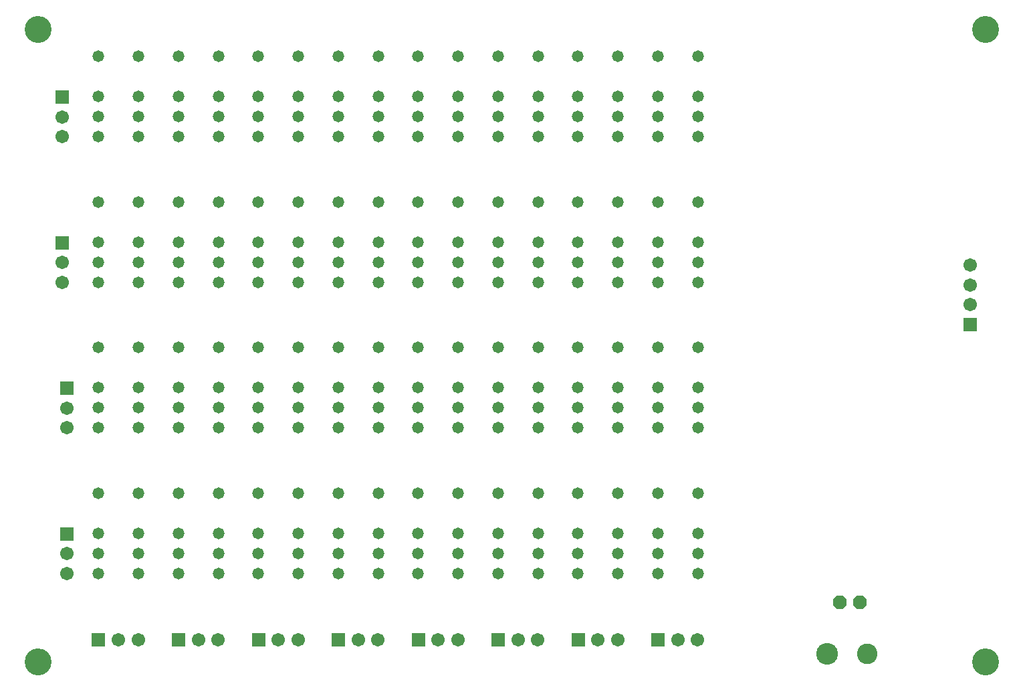
<source format=gbs>
G75*
%MOIN*%
%OFA0B0*%
%FSLAX25Y25*%
%IPPOS*%
%LPD*%
%AMOC8*
5,1,8,0,0,1.08239X$1,22.5*
%
%ADD10C,0.13398*%
%ADD11C,0.05800*%
%ADD12R,0.06706X0.06706*%
%ADD13C,0.06706*%
%ADD14C,0.10800*%
%ADD15C,0.10249*%
%ADD16OC8,0.06706*%
D10*
X0074583Y0095567D03*
X0074583Y0410528D03*
X0547024Y0410528D03*
X0547024Y0095567D03*
D11*
X0403638Y0139661D03*
X0403638Y0149661D03*
X0403638Y0159661D03*
X0383638Y0159661D03*
X0383638Y0149661D03*
X0383638Y0139661D03*
X0363796Y0139661D03*
X0363796Y0149661D03*
X0363796Y0159661D03*
X0343796Y0159661D03*
X0343796Y0149661D03*
X0343796Y0139661D03*
X0323953Y0139661D03*
X0323953Y0149661D03*
X0323953Y0159661D03*
X0303953Y0159661D03*
X0303953Y0149661D03*
X0303953Y0139661D03*
X0284111Y0139661D03*
X0284111Y0149661D03*
X0284111Y0159661D03*
X0264111Y0159661D03*
X0264111Y0149661D03*
X0264111Y0139661D03*
X0244268Y0139661D03*
X0244268Y0149661D03*
X0244268Y0159661D03*
X0224268Y0159661D03*
X0224268Y0149661D03*
X0224268Y0139661D03*
X0204426Y0139661D03*
X0204426Y0149661D03*
X0204426Y0159661D03*
X0184426Y0159661D03*
X0184426Y0149661D03*
X0184426Y0139661D03*
X0164583Y0139661D03*
X0164583Y0149661D03*
X0164583Y0159661D03*
X0144583Y0159661D03*
X0144583Y0149661D03*
X0144583Y0139661D03*
X0124741Y0139661D03*
X0124741Y0149661D03*
X0124741Y0159661D03*
X0104741Y0159661D03*
X0104741Y0149661D03*
X0104741Y0139661D03*
X0104741Y0179661D03*
X0124741Y0179661D03*
X0144583Y0179661D03*
X0164583Y0179661D03*
X0184426Y0179661D03*
X0204426Y0179661D03*
X0224268Y0179661D03*
X0244268Y0179661D03*
X0264111Y0179661D03*
X0284111Y0179661D03*
X0303953Y0179661D03*
X0323953Y0179661D03*
X0343796Y0179661D03*
X0363796Y0179661D03*
X0383638Y0179661D03*
X0403638Y0179661D03*
X0403638Y0212161D03*
X0403638Y0222161D03*
X0403638Y0232161D03*
X0383638Y0232161D03*
X0383638Y0222161D03*
X0383638Y0212161D03*
X0363796Y0212161D03*
X0363796Y0222161D03*
X0363796Y0232161D03*
X0343796Y0232161D03*
X0343796Y0222161D03*
X0343796Y0212161D03*
X0323953Y0212161D03*
X0323953Y0222161D03*
X0323953Y0232161D03*
X0303953Y0232161D03*
X0303953Y0222161D03*
X0303953Y0212161D03*
X0284111Y0212161D03*
X0284111Y0222161D03*
X0284111Y0232161D03*
X0264111Y0232161D03*
X0264111Y0222161D03*
X0264111Y0212161D03*
X0244268Y0212161D03*
X0244268Y0222161D03*
X0244268Y0232161D03*
X0224268Y0232161D03*
X0224268Y0222161D03*
X0224268Y0212161D03*
X0204426Y0212161D03*
X0204426Y0222161D03*
X0204426Y0232161D03*
X0184426Y0232161D03*
X0184426Y0222161D03*
X0184426Y0212161D03*
X0164583Y0212161D03*
X0164583Y0222161D03*
X0164583Y0232161D03*
X0144583Y0232161D03*
X0144583Y0222161D03*
X0144583Y0212161D03*
X0124741Y0212161D03*
X0124741Y0222161D03*
X0124741Y0232161D03*
X0104741Y0232161D03*
X0104741Y0222161D03*
X0104741Y0212161D03*
X0104741Y0252161D03*
X0124741Y0252161D03*
X0144583Y0252161D03*
X0164583Y0252161D03*
X0184426Y0252161D03*
X0204426Y0252161D03*
X0224268Y0252161D03*
X0244268Y0252161D03*
X0264111Y0252161D03*
X0284111Y0252161D03*
X0303953Y0252161D03*
X0323953Y0252161D03*
X0343796Y0252161D03*
X0363796Y0252161D03*
X0383638Y0252161D03*
X0403638Y0252161D03*
X0403638Y0284661D03*
X0403638Y0294661D03*
X0403638Y0304661D03*
X0383638Y0304661D03*
X0383638Y0294661D03*
X0383638Y0284661D03*
X0363796Y0284661D03*
X0363796Y0294661D03*
X0363796Y0304661D03*
X0343796Y0304661D03*
X0343796Y0294661D03*
X0343796Y0284661D03*
X0323953Y0284661D03*
X0323953Y0294661D03*
X0323953Y0304661D03*
X0303953Y0304661D03*
X0303953Y0294661D03*
X0303953Y0284661D03*
X0284111Y0284661D03*
X0284111Y0294661D03*
X0284111Y0304661D03*
X0264111Y0304661D03*
X0264111Y0294661D03*
X0264111Y0284661D03*
X0244268Y0284661D03*
X0244268Y0294661D03*
X0244268Y0304661D03*
X0224268Y0304661D03*
X0224268Y0294661D03*
X0224268Y0284661D03*
X0204426Y0284661D03*
X0204426Y0294661D03*
X0204426Y0304661D03*
X0184426Y0304661D03*
X0184426Y0294661D03*
X0184426Y0284661D03*
X0164583Y0284661D03*
X0164583Y0294661D03*
X0164583Y0304661D03*
X0144583Y0304661D03*
X0144583Y0294661D03*
X0144583Y0284661D03*
X0124741Y0284661D03*
X0124741Y0294661D03*
X0124741Y0304661D03*
X0104741Y0304661D03*
X0104741Y0294661D03*
X0104741Y0284661D03*
X0104741Y0324661D03*
X0124741Y0324661D03*
X0144583Y0324661D03*
X0164583Y0324661D03*
X0184426Y0324661D03*
X0204426Y0324661D03*
X0224268Y0324661D03*
X0244268Y0324661D03*
X0264111Y0324661D03*
X0284111Y0324661D03*
X0303953Y0324661D03*
X0323953Y0324661D03*
X0343796Y0324661D03*
X0363796Y0324661D03*
X0383638Y0324661D03*
X0403638Y0324661D03*
X0403638Y0357161D03*
X0403638Y0367161D03*
X0403638Y0377161D03*
X0383638Y0377161D03*
X0383638Y0367161D03*
X0383638Y0357161D03*
X0363796Y0357161D03*
X0363796Y0367161D03*
X0363796Y0377161D03*
X0343796Y0377161D03*
X0343796Y0367161D03*
X0343796Y0357161D03*
X0323953Y0357161D03*
X0323953Y0367161D03*
X0323953Y0377161D03*
X0303953Y0377161D03*
X0303953Y0367161D03*
X0303953Y0357161D03*
X0284111Y0357161D03*
X0284111Y0367161D03*
X0284111Y0377161D03*
X0264111Y0377161D03*
X0264111Y0367161D03*
X0264111Y0357161D03*
X0244268Y0357161D03*
X0244268Y0367161D03*
X0244268Y0377161D03*
X0224268Y0377161D03*
X0224268Y0367161D03*
X0224268Y0357161D03*
X0204426Y0357161D03*
X0204426Y0367161D03*
X0204426Y0377161D03*
X0184426Y0377161D03*
X0184426Y0367161D03*
X0184426Y0357161D03*
X0164583Y0357161D03*
X0164583Y0367161D03*
X0164583Y0377161D03*
X0144583Y0377161D03*
X0144583Y0367161D03*
X0144583Y0357161D03*
X0124741Y0357161D03*
X0124741Y0367161D03*
X0124741Y0377161D03*
X0104741Y0377161D03*
X0104741Y0367161D03*
X0104741Y0357161D03*
X0104741Y0397161D03*
X0124741Y0397161D03*
X0144583Y0397161D03*
X0164583Y0397161D03*
X0184426Y0397161D03*
X0204426Y0397161D03*
X0224268Y0397161D03*
X0244268Y0397161D03*
X0264111Y0397161D03*
X0284111Y0397161D03*
X0303953Y0397161D03*
X0323953Y0397161D03*
X0343796Y0397161D03*
X0363796Y0397161D03*
X0383638Y0397161D03*
X0403638Y0397161D03*
D12*
X0539337Y0263648D03*
X0383796Y0106630D03*
X0343953Y0106630D03*
X0304111Y0106630D03*
X0264268Y0106630D03*
X0224426Y0106630D03*
X0184583Y0106630D03*
X0144741Y0106630D03*
X0104898Y0106630D03*
X0089209Y0159346D03*
X0089209Y0231846D03*
X0086709Y0304346D03*
X0086709Y0376846D03*
D13*
X0086709Y0367004D03*
X0086709Y0357161D03*
X0086709Y0294504D03*
X0086709Y0284661D03*
X0089209Y0222004D03*
X0089209Y0212161D03*
X0089209Y0149504D03*
X0089209Y0139661D03*
X0114741Y0106630D03*
X0124583Y0106630D03*
X0154583Y0106630D03*
X0164426Y0106630D03*
X0194426Y0106630D03*
X0204268Y0106630D03*
X0234268Y0106630D03*
X0244111Y0106630D03*
X0274111Y0106630D03*
X0283953Y0106630D03*
X0313953Y0106630D03*
X0323796Y0106630D03*
X0353796Y0106630D03*
X0363638Y0106630D03*
X0393638Y0106630D03*
X0403481Y0106630D03*
X0539337Y0273490D03*
X0539337Y0283333D03*
X0539337Y0293175D03*
D14*
X0468087Y0099819D03*
D15*
X0488087Y0099819D03*
D16*
X0484357Y0125341D03*
X0474357Y0125341D03*
M02*

</source>
